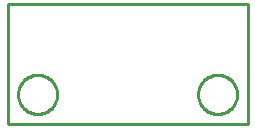
<source format=gbr>
G04 EAGLE Gerber RS-274X export*
G75*
%MOMM*%
%FSLAX34Y34*%
%LPD*%
%IN*%
%IPPOS*%
%AMOC8*
5,1,8,0,0,1.08239X$1,22.5*%
G01*
%ADD10C,0.254000*%


D10*
X0Y0D02*
X203200Y0D01*
X203200Y101600D01*
X0Y101600D01*
X0Y0D01*
X41910Y24860D02*
X41839Y23781D01*
X41698Y22709D01*
X41487Y21649D01*
X41208Y20605D01*
X40860Y19581D01*
X40446Y18583D01*
X39968Y17613D01*
X39428Y16677D01*
X38827Y15778D01*
X38169Y14921D01*
X37457Y14108D01*
X36692Y13344D01*
X35879Y12631D01*
X35022Y11973D01*
X34123Y11372D01*
X33187Y10832D01*
X32217Y10354D01*
X31219Y9940D01*
X30195Y9592D01*
X29151Y9313D01*
X28091Y9102D01*
X27019Y8961D01*
X25940Y8890D01*
X24860Y8890D01*
X23781Y8961D01*
X22709Y9102D01*
X21649Y9313D01*
X20605Y9592D01*
X19581Y9940D01*
X18583Y10354D01*
X17613Y10832D01*
X16677Y11372D01*
X15778Y11973D01*
X14921Y12631D01*
X14108Y13344D01*
X13344Y14108D01*
X12631Y14921D01*
X11973Y15778D01*
X11372Y16677D01*
X10832Y17613D01*
X10354Y18583D01*
X9940Y19581D01*
X9592Y20605D01*
X9313Y21649D01*
X9102Y22709D01*
X8961Y23781D01*
X8890Y24860D01*
X8890Y25940D01*
X8961Y27019D01*
X9102Y28091D01*
X9313Y29151D01*
X9592Y30195D01*
X9940Y31219D01*
X10354Y32217D01*
X10832Y33187D01*
X11372Y34123D01*
X11973Y35022D01*
X12631Y35879D01*
X13344Y36692D01*
X14108Y37457D01*
X14921Y38169D01*
X15778Y38827D01*
X16677Y39428D01*
X17613Y39968D01*
X18583Y40446D01*
X19581Y40860D01*
X20605Y41208D01*
X21649Y41487D01*
X22709Y41698D01*
X23781Y41839D01*
X24860Y41910D01*
X25940Y41910D01*
X27019Y41839D01*
X28091Y41698D01*
X29151Y41487D01*
X30195Y41208D01*
X31219Y40860D01*
X32217Y40446D01*
X33187Y39968D01*
X34123Y39428D01*
X35022Y38827D01*
X35879Y38169D01*
X36692Y37457D01*
X37457Y36692D01*
X38169Y35879D01*
X38827Y35022D01*
X39428Y34123D01*
X39968Y33187D01*
X40446Y32217D01*
X40860Y31219D01*
X41208Y30195D01*
X41487Y29151D01*
X41698Y28091D01*
X41839Y27019D01*
X41910Y25940D01*
X41910Y24860D01*
X194310Y24860D02*
X194239Y23781D01*
X194098Y22709D01*
X193887Y21649D01*
X193608Y20605D01*
X193260Y19581D01*
X192846Y18583D01*
X192368Y17613D01*
X191828Y16677D01*
X191227Y15778D01*
X190569Y14921D01*
X189857Y14108D01*
X189092Y13344D01*
X188279Y12631D01*
X187422Y11973D01*
X186523Y11372D01*
X185587Y10832D01*
X184617Y10354D01*
X183619Y9940D01*
X182595Y9592D01*
X181551Y9313D01*
X180491Y9102D01*
X179419Y8961D01*
X178340Y8890D01*
X177260Y8890D01*
X176181Y8961D01*
X175109Y9102D01*
X174049Y9313D01*
X173005Y9592D01*
X171981Y9940D01*
X170983Y10354D01*
X170013Y10832D01*
X169077Y11372D01*
X168178Y11973D01*
X167321Y12631D01*
X166508Y13344D01*
X165744Y14108D01*
X165031Y14921D01*
X164373Y15778D01*
X163772Y16677D01*
X163232Y17613D01*
X162754Y18583D01*
X162340Y19581D01*
X161992Y20605D01*
X161713Y21649D01*
X161502Y22709D01*
X161361Y23781D01*
X161290Y24860D01*
X161290Y25940D01*
X161361Y27019D01*
X161502Y28091D01*
X161713Y29151D01*
X161992Y30195D01*
X162340Y31219D01*
X162754Y32217D01*
X163232Y33187D01*
X163772Y34123D01*
X164373Y35022D01*
X165031Y35879D01*
X165744Y36692D01*
X166508Y37457D01*
X167321Y38169D01*
X168178Y38827D01*
X169077Y39428D01*
X170013Y39968D01*
X170983Y40446D01*
X171981Y40860D01*
X173005Y41208D01*
X174049Y41487D01*
X175109Y41698D01*
X176181Y41839D01*
X177260Y41910D01*
X178340Y41910D01*
X179419Y41839D01*
X180491Y41698D01*
X181551Y41487D01*
X182595Y41208D01*
X183619Y40860D01*
X184617Y40446D01*
X185587Y39968D01*
X186523Y39428D01*
X187422Y38827D01*
X188279Y38169D01*
X189092Y37457D01*
X189857Y36692D01*
X190569Y35879D01*
X191227Y35022D01*
X191828Y34123D01*
X192368Y33187D01*
X192846Y32217D01*
X193260Y31219D01*
X193608Y30195D01*
X193887Y29151D01*
X194098Y28091D01*
X194239Y27019D01*
X194310Y25940D01*
X194310Y24860D01*
M02*

</source>
